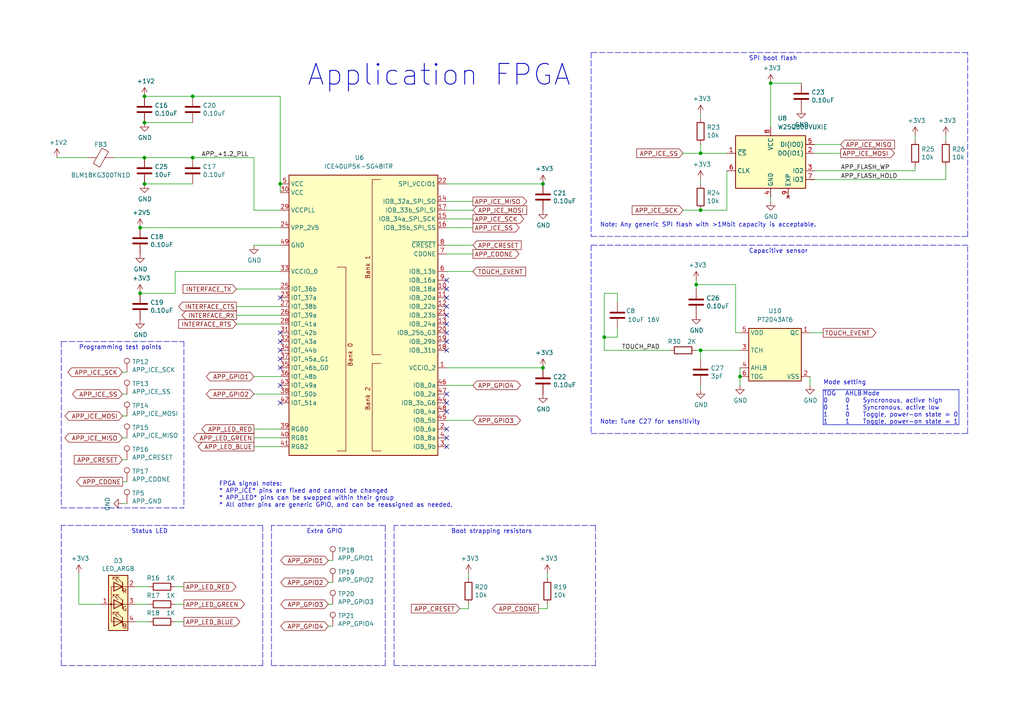
<source format=kicad_sch>
(kicad_sch (version 20211123) (generator eeschema)
  (paper "A4")
  (title_block (title "Application FPGA") (date "2021-09-29") (rev "V1") (company "Tillitis AB") (comment 1 "2022"))
  (lib_symbols
    (symbol "Connector:TestPoint" (pin_numbers hide) (pin_names (offset 0.762) hide)
      (property "Reference" "TP" (at 0 6.858 0))
      (property "Value" "TestPoint" (at 0 5.08 0))
      (symbol "TestPoint_0_1"
        (circle (center 0 3.302) (radius 0.762))
      )
      (symbol "TestPoint_1_1"
        (pin passive line (at 0 0 90) (length 2.54) (name "1") (number "1"))
      )
    )
    (symbol "Device:C" (pin_numbers hide) (pin_names (offset 0.254))
      (property "Reference" "C" (at 0.635 2.54 0))
      (property "Value" "C" (at 0.635 -2.54 0))
      (symbol "C_0_1"
        (polyline (pts (xy -2.032 -0.762) (xy 2.032 -0.762)) (stroke (width 0.508)))
        (polyline (pts (xy -2.032 0.762) (xy 2.032 0.762)) (stroke (width 0.508)))
      )
      (symbol "C_1_1"
        (pin passive line (at 0 3.81 270) (length 2.794) (name "~") (number "1"))
        (pin passive line (at 0 -3.81 90) (length 2.794) (name "~") (number "2"))
      )
    )
    (symbol "Device:R" (pin_numbers hide) (pin_names (offset 0))
      (property "Reference" "R" (at 2.032 0 90))
      (property "Value" "R" (at 0 0 90))
      (symbol "R_0_1"
        (rectangle (start -1.016 -2.54) (end 1.016 2.54) (stroke (width 0.254)))
      )
      (symbol "R_1_1"
        (pin passive line (at 0 3.81 270) (length 1.27) (name "~") (number "1"))
        (pin passive line (at 0 -3.81 90) (length 1.27) (name "~") (number "2"))
      )
    )
    (symbol "mta1:FC-B1010RGBT-HG" (pin_names (offset 0) hide)
      (property "Reference" "D" (at 0 9.398 0))
      (property "Value" "FC-B1010RGBT-HG" (at 0 -8.89 0))
      (symbol "FC-B1010RGBT-HG_0_0"
        (text "B" (at -1.905 -6.35 0) (effects (font (size 1.27 1.27))))
        (text "G" (at -1.905 -1.27 0) (effects (font (size 1.27 1.27))))
        (text "R" (at -1.905 3.81 0) (effects (font (size 1.27 1.27))))
      )
      (symbol "FC-B1010RGBT-HG_0_1"
        (polyline (pts (xy -1.27 -5.08) (xy -2.54 -5.08)))
        (polyline (pts (xy -1.27 -5.08) (xy 1.27 -5.08)))
        (polyline (pts (xy -1.27 -3.81) (xy -1.27 -6.35)) (stroke (width 0.254)))
        (polyline (pts (xy -1.27 0) (xy -2.54 0)))
        (polyline (pts (xy -1.27 1.27) (xy -1.27 -1.27)) (stroke (width 0.254)))
        (polyline (pts (xy -1.27 5.08) (xy -2.54 5.08)))
        (polyline (pts (xy -1.27 5.08) (xy 1.27 5.08)))
        (polyline (pts (xy -1.27 6.35) (xy -1.27 3.81)) (stroke (width 0.254)))
        (polyline (pts (xy 1.27 0) (xy -1.27 0)))
        (polyline (pts (xy 1.27 0) (xy 2.54 0)))
        (polyline (pts (xy -1.27 1.27) (xy -1.27 -1.27) (xy -1.27 -1.27)))
        (polyline (pts (xy -1.27 6.35) (xy -1.27 3.81) (xy -1.27 3.81)))
        (polyline (pts (xy 1.27 -5.08) (xy 2.032 -5.08) (xy 2.032 5.08) (xy 1.27 5.08)))
        (polyline (pts (xy 1.27 -3.81) (xy 1.27 -6.35) (xy -1.27 -5.08) (xy 1.27 -3.81)) (stroke (width 0.254)))
        (polyline (pts (xy 1.27 1.27) (xy 1.27 -1.27) (xy -1.27 0) (xy 1.27 1.27)) (stroke (width 0.254)))
        (polyline (pts (xy 1.27 6.35) (xy 1.27 3.81) (xy -1.27 5.08) (xy 1.27 6.35)) (stroke (width 0.254)))
        (polyline (pts (xy -1.016 -3.81) (xy 0.508 -2.286) (xy -0.254 -2.286) (xy 0.508 -2.286) (xy 0.508 -3.048)))
        (polyline (pts (xy -1.016 1.27) (xy 0.508 2.794) (xy -0.254 2.794) (xy 0.508 2.794) (xy 0.508 2.032)))
        (polyline (pts (xy -1.016 6.35) (xy 0.508 7.874) (xy -0.254 7.874) (xy 0.508 7.874) (xy 0.508 7.112)))
        (polyline (pts (xy 0 -3.81) (xy 1.524 -2.286) (xy 0.762 -2.286) (xy 1.524 -2.286) (xy 1.524 -3.048)))
        (polyline (pts (xy 0 1.27) (xy 1.524 2.794) (xy 0.762 2.794) (xy 1.524 2.794) (xy 1.524 2.032)))
        (polyline (pts (xy 0 6.35) (xy 1.524 7.874) (xy 0.762 7.874) (xy 1.524 7.874) (xy 1.524 7.112)))
        (rectangle (start 1.27 -1.27) (end 1.27 1.27))
        (rectangle (start 1.27 1.27) (end 1.27 1.27))
        (rectangle (start 1.27 3.81) (end 1.27 6.35))
        (rectangle (start 1.27 6.35) (end 1.27 6.35))
        (circle (center 2.032 0) (radius 0.254) (fill (type outline)))
        (rectangle (start 2.794 8.382) (end -2.794 -7.62) (stroke (width 0.254)) (fill (type background)))
      )
      (symbol "FC-B1010RGBT-HG_1_1"
        (pin passive line (at 5.08 0 180) (length 2.54) (name "A") (number "1"))
        (pin passive line (at -5.08 5.08 0) (length 2.54) (name "RK") (number "2"))
        (pin passive line (at -5.08 0 0) (length 2.54) (name "GK") (number "3"))
        (pin passive line (at -5.08 -5.08 0) (length 2.54) (name "BK") (number "4"))
      )
    )
    (symbol "mta1:Ferrite_Bead-Device" (pin_numbers hide) (pin_names (offset 0))
      (property "Reference" "FB" (at -3.81 0.635 90))
      (property "Value" "Ferrite_Bead-Device" (at 3.81 0 90))
      (symbol "Ferrite_Bead-Device_0_1"
        (polyline (pts (xy 0 -1.27) (xy 0 -1.2192)))
        (polyline (pts (xy 0 1.27) (xy 0 1.2954)))
        (polyline (pts (xy -2.7686 0.4064) (xy -1.7018 2.2606) (xy 2.7686 -0.3048) (xy 1.6764 -2.159) (xy -2.7686 0.4064)))
      )
      (symbol "Ferrite_Bead-Device_1_1"
        (pin passive line (at 0 3.81 270) (length 2.54) (name "~") (number "1"))
        (pin passive line (at 0 -3.81 90) (length 2.54) (name "~") (number "2"))
      )
    )
    (symbol "mta1:ICE40UP5K-SG48ITR"
      (property "Reference" "U" (at -24.13 -44.45 0))
      (property "Value" "ICE40UP5K-SG48ITR" (at -15.24 -46.99 0))
      (symbol "ICE40UP5K-SG48ITR_0_0"
        (polyline (pts (xy -6.35 13.97) (xy -3.81 13.97) (xy -3.81 -39.37) (xy -6.35 -39.37)))
        (polyline (pts (xy 6.35 -39.37) (xy 3.81 -39.37) (xy 3.81 -13.97) (xy 6.35 -13.97)))
        (polyline (pts (xy 6.35 -11.43) (xy 3.81 -11.43) (xy 3.81 39.37) (xy 6.35 39.37)))
        (text "Bank 0" (at -2.54 -11.43 900) (effects (font (size 1.27 1.27))))
        (text "Bank 1" (at 2.54 13.97 900) (effects (font (size 1.27 1.27))))
        (text "Bank 2" (at 2.54 -24.13 900) (effects (font (size 1.27 1.27))))
      )
      (symbol "ICE40UP5K-SG48ITR_1_1"
        (rectangle (start -20.32 40.64) (end 22.86 -40.64) (stroke (width 0.254)) (fill (type background)))
        (pin power_in line (at 25.4 -15.24 180) (length 2.54) (name "VCCIO_2") (number "1"))
        (pin bidirectional line (at 25.4 7.62 180) (length 2.54) (name "IOB_18a") (number "10"))
        (pin bidirectional line (at 25.4 5.08 180) (length 2.54) (name "IOB_20a") (number "11"))
        (pin bidirectional line (at 25.4 2.54 180) (length 2.54) (name "IOB_22b") (number "12"))
        (pin bidirectional line (at 25.4 -2.54 180) (length 2.54) (name "IOB_24a") (number "13"))
        (pin bidirectional line (at 25.4 33.02 180) (length 2.54) (name "IOB_32a_SPI_SO") (number "14"))
        (pin bidirectional line (at 25.4 27.94 180) (length 2.54) (name "IOB_34a_SPI_SCK") (number "15"))
        (pin bidirectional line (at 25.4 25.4 180) (length 2.54) (name "IOB_35b_SPI_SS") (number "16"))
        (pin bidirectional line (at 25.4 30.48 180) (length 2.54) (name "IOB_33b_SPI_SI") (number "17"))
        (pin bidirectional line (at 25.4 -10.16 180) (length 2.54) (name "IOB_31b") (number "18"))
        (pin bidirectional line (at 25.4 -7.62 180) (length 2.54) (name "IOB_29b") (number "19"))
        (pin bidirectional line (at 25.4 -33.02 180) (length 2.54) (name "IOB_6a") (number "2"))
        (pin bidirectional line (at 25.4 -5.08 180) (length 2.54) (name "IOB_25b_G3") (number "20"))
        (pin bidirectional line (at 25.4 0 180) (length 2.54) (name "IOB_23b") (number "21"))
        (pin power_in line (at 25.4 38.1 180) (length 2.54) (name "SPI_VCCIO1") (number "22"))
        (pin bidirectional line (at -22.86 5.08 0) (length 2.54) (name "IOT_37a") (number "23"))
        (pin power_in line (at -22.86 25.4 0) (length 2.54) (name "VPP_2V5") (number "24"))
        (pin bidirectional line (at -22.86 7.62 0) (length 2.54) (name "IOT_36b") (number "25"))
        (pin bidirectional line (at -22.86 0 0) (length 2.54) (name "IOT_39a") (number "26"))
        (pin bidirectional line (at -22.86 2.54 0) (length 2.54) (name "IOT_38b") (number "27"))
        (pin bidirectional line (at -22.86 -2.54 0) (length 2.54) (name "IOT_41a") (number "28"))
        (pin power_in line (at -22.86 30.48 0) (length 2.54) (name "VCCPLL") (number "29"))
        (pin bidirectional line (at 25.4 -38.1 180) (length 2.54) (name "IOB_9b") (number "3"))
        (pin power_in line (at -22.86 35.56 0) (length 2.54) (name "VCC") (number "30"))
        (pin bidirectional line (at -22.86 -5.08 0) (length 2.54) (name "IOT_42b") (number "31"))
        (pin bidirectional line (at -22.86 -7.62 0) (length 2.54) (name "IOT_43a") (number "32"))
        (pin power_in line (at -22.86 12.7 0) (length 2.54) (name "VCCIO_0") (number "33"))
        (pin bidirectional line (at -22.86 -10.16 0) (length 2.54) (name "IOT_44b") (number "34"))
        (pin bidirectional line (at -22.86 -15.24 0) (length 2.54) (name "IOT_46b_G0") (number "35"))
        (pin bidirectional line (at -22.86 -17.78 0) (length 2.54) (name "IOT_48b") (number "36"))
        (pin bidirectional line (at -22.86 -12.7 0) (length 2.54) (name "IOT_45a_G1") (number "37"))
        (pin bidirectional line (at -22.86 -22.86 0) (length 2.54) (name "IOT_50b") (number "38"))
        (pin open_collector line (at -22.86 -33.02 0) (length 2.54) (name "RGB0") (number "39"))
        (pin bidirectional line (at 25.4 -35.56 180) (length 2.54) (name "IOB_8a") (number "4"))
        (pin open_collector line (at -22.86 -35.56 0) (length 2.54) (name "RGB1") (number "40"))
        (pin open_collector line (at -22.86 -38.1 0) (length 2.54) (name "RGB2") (number "41"))
        (pin bidirectional line (at -22.86 -25.4 0) (length 2.54) (name "IOT_51a") (number "42"))
        (pin bidirectional line (at -22.86 -20.32 0) (length 2.54) (name "IOT_49a") (number "43"))
        (pin bidirectional line (at 25.4 -25.4 180) (length 2.54) (name "IOB_3b_G6") (number "44"))
        (pin bidirectional line (at 25.4 -30.48 180) (length 2.54) (name "IOB_5b") (number "45"))
        (pin bidirectional line (at 25.4 -20.32 180) (length 2.54) (name "IOB_0a") (number "46"))
        (pin bidirectional line (at 25.4 -22.86 180) (length 2.54) (name "IOB_2a") (number "47"))
        (pin bidirectional line (at 25.4 -27.94 180) (length 2.54) (name "IOB_4a") (number "48"))
        (pin power_in line (at -22.86 20.32 0) (length 2.54) (name "GND") (number "49"))
        (pin power_in line (at -22.86 38.1 0) (length 2.54) (name "VCC") (number "5"))
        (pin bidirectional line (at 25.4 12.7 180) (length 2.54) (name "IOB_13b") (number "6"))
        (pin open_collector line (at 25.4 17.78 180) (length 2.54) (name "CDONE") (number "7"))
        (pin input line (at 25.4 20.32 180) (length 2.54) (name "~{CRESET}") (number "8"))
        (pin bidirectional line (at 25.4 10.16 180) (length 2.54) (name "IOB_16a") (number "9"))
      )
    )
    (symbol "mta1:PT2043AT6"
      (property "Reference" "U" (at -6.35 8.89 0))
      (property "Value" "PT2043AT6" (at -2.54 -8.89 0))
      (symbol "PT2043AT6_1_1"
        (rectangle (start -7.62 7.62) (end 7.62 -7.62) (stroke (width 0.254)) (fill (type background)))
        (pin output line (at 10.16 6.35 180) (length 2.54) (name "QC") (number "1"))
        (pin power_in line (at 10.16 -6.35 180) (length 2.54) (name "VSS") (number "2"))
        (pin input line (at -10.16 1.27 0) (length 2.54) (name "TCH") (number "3"))
        (pin input line (at -10.16 -3.81 0) (length 2.54) (name "AHLB") (number "4"))
        (pin power_in line (at -10.16 6.35 0) (length 2.54) (name "VDD") (number "5"))
        (pin input line (at -10.16 -6.35 0) (length 2.54) (name "TOG") (number "6"))
      )
    )
    (symbol "mta1:W25Q80DVUXIE"
      (property "Reference" "U" (at -8.89 8.89 0))
      (property "Value" "W25Q80DVUXIE" (at 7.62 8.89 0))
      (symbol "W25Q80DVUXIE_0_1"
        (rectangle (start -10.16 7.62) (end 10.16 -7.62) (stroke (width 0.254)) (fill (type background)))
      )
      (symbol "W25Q80DVUXIE_1_1"
        (pin input line (at -12.7 2.54 0) (length 2.54) (name "~{CS}") (number "1"))
        (pin bidirectional line (at 12.7 2.54 180) (length 2.54) (name "DO(IO1)") (number "2"))
        (pin bidirectional line (at 12.7 -2.54 180) (length 2.54) (name "IO2") (number "3"))
        (pin power_in line (at 0 -10.16 90) (length 2.54) (name "GND") (number "4"))
        (pin bidirectional line (at 12.7 5.08 180) (length 2.54) (name "DI(IO0)") (number "5"))
        (pin input line (at -12.7 -2.54 0) (length 2.54) (name "CLK") (number "6"))
        (pin bidirectional line (at 12.7 -5.08 180) (length 2.54) (name "IO3") (number "7"))
        (pin power_in line (at 0 10.16 270) (length 2.54) (name "VCC") (number "8"))
        (pin no_connect line (at 5.08 -10.16 90) (length 2.54) (name "EXP") (number "9"))
      )
    )
    (symbol "power:+1V2" (power) (pin_names (offset 0))
      (property "Value" "+1V2" (at 0 3.556 0))
      (symbol "+1V2_0_1"
        (polyline (pts (xy -0.762 1.27) (xy 0 2.54)))
        (polyline (pts (xy 0 0) (xy 0 2.54)))
        (polyline (pts (xy 0 2.54) (xy 0.762 1.27)))
      )
      (symbol "+1V2_1_1"
        (pin power_in line (at 0 0 90) (length 0) hide (name "+1V2") (number "1"))
      )
    )
    (symbol "power:+2V5" (power) (pin_names (offset 0))
      (property "Value" "+2V5" (at 0 3.556 0))
      (symbol "+2V5_0_1"
        (polyline (pts (xy -0.762 1.27) (xy 0 2.54)))
        (polyline (pts (xy 0 0) (xy 0 2.54)))
        (polyline (pts (xy 0 2.54) (xy 0.762 1.27)))
      )
      (symbol "+2V5_1_1"
        (pin power_in line (at 0 0 90) (length 0) hide (name "+2V5") (number "1"))
      )
    )
    (symbol "power:+3.3V" (power) (pin_names (offset 0))
      (property "Value" "+3.3V" (at 0 3.556 0))
      (symbol "+3.3V_0_1"
        (polyline (pts (xy -0.762 1.27) (xy 0 2.54)))
        (polyline (pts (xy 0 0) (xy 0 2.54)))
        (polyline (pts (xy 0 2.54) (xy 0.762 1.27)))
      )
      (symbol "+3.3V_1_1"
        (pin power_in line (at 0 0 90) (length 0) hide (name "+3V3") (number "1"))
      )
    )
    (symbol "power:GND" (power) (pin_names (offset 0))
      (property "Value" "GND" (at 0 -3.81 0))
      (symbol "GND_0_1"
        (polyline (pts (xy 0 0) (xy 0 -1.27) (xy 1.27 -1.27) (xy 0 -2.54) (xy -1.27 -1.27) (xy 0 -1.27)))
      )
      (symbol "GND_1_1"
        (pin power_in line (at 0 0 270) (length 0) hide (name "GND") (number "1"))
      )
    )
  )
  (junction (at 201.93 82.55))
  (junction (at 223.52 24.13))
  (junction (at 214.63 109.22))
  (junction (at 203.2 60.96))
  (junction (at 40.64 85.09))
  (junction (at 41.91 27.94))
  (junction (at 81.28 53.34))
  (junction (at 55.88 27.94))
  (junction (at 203.2 101.6))
  (junction (at 41.91 35.56))
  (junction (at 41.91 53.34))
  (junction (at 41.91 45.72))
  (junction (at 175.26 97.79))
  (junction (at 40.64 66.04))
  (junction (at 157.48 106.68))
  (junction (at 55.88 45.72))
  (junction (at 203.2 44.45))
  (junction (at 157.48 53.34))
  (no_connect (at 129.54 86.36))
  (no_connect (at 129.54 127))
  (no_connect (at 129.54 124.46))
  (no_connect (at 129.54 119.38))
  (no_connect (at 81.28 104.14))
  (no_connect (at 129.54 129.54))
  (no_connect (at 129.54 93.98))
  (no_connect (at 81.28 86.36))
  (no_connect (at 81.28 99.06))
  (no_connect (at 81.28 106.68))
  (no_connect (at 81.28 101.6))
  (no_connect (at 81.28 116.84))
  (no_connect (at 81.28 111.76))
  (no_connect (at 129.54 116.84))
  (no_connect (at 129.54 83.82))
  (no_connect (at 129.54 81.28))
  (no_connect (at 129.54 101.6))
  (no_connect (at 129.54 91.44))
  (no_connect (at 129.54 96.52))
  (no_connect (at 129.54 99.06))
  (no_connect (at 81.28 96.52))
  (no_connect (at 129.54 114.3))
  (no_connect (at 129.54 88.9))
  (wire (pts (xy 50.8 78.74) (xy 50.8 85.09)))
  (wire (pts (xy 73.66 45.72) (xy 73.66 60.96)))
  (polyline (pts (xy 17.78 99.06) (xy 53.34 99.06)))
  (wire (pts (xy 210.82 44.45) (xy 203.2 44.45)))
  (wire (pts (xy 39.37 175.26) (xy 43.18 175.26)))
  (wire (pts (xy 223.52 36.83) (xy 223.52 24.13)))
  (wire (pts (xy 213.36 96.52) (xy 214.63 96.52)))
  (wire (pts (xy 55.88 53.34) (xy 41.91 53.34)))
  (wire (pts (xy 68.58 83.82) (xy 81.28 83.82)))
  (wire (pts (xy 203.2 41.91) (xy 203.2 44.45)))
  (wire (pts (xy 214.63 106.68) (xy 214.63 109.22)))
  (polyline (pts (xy 280.67 125.73) (xy 280.67 71.12)))
  (wire (pts (xy 203.2 111.76) (xy 203.2 113.03)))
  (polyline (pts (xy 238.76 113.03) (xy 238.76 123.19)) (stroke (width 0) (type solid)))
  (wire (pts (xy 137.16 78.74) (xy 129.54 78.74)))
  (wire (pts (xy 175.26 97.79) (xy 179.07 97.79)))
  (wire (pts (xy 81.28 27.94) (xy 55.88 27.94)))
  (wire (pts (xy 213.36 82.55) (xy 213.36 96.52)))
  (wire (pts (xy 95.25 168.91) (xy 96.52 168.91)))
  (wire (pts (xy 223.52 58.42) (xy 223.52 57.15)))
  (wire (pts (xy 81.28 109.22) (xy 73.66 109.22)))
  (wire (pts (xy 201.93 82.55) (xy 213.36 82.55)))
  (wire (pts (xy 55.88 45.72) (xy 41.91 45.72)))
  (wire (pts (xy 274.32 48.26) (xy 274.32 52.07)))
  (wire (pts (xy 214.63 109.22) (xy 214.63 111.76)))
  (wire (pts (xy 81.28 27.94) (xy 81.28 53.34)))
  (wire (pts (xy 198.12 44.45) (xy 203.2 44.45)))
  (wire (pts (xy 68.58 91.44) (xy 81.28 91.44)))
  (polyline (pts (xy 76.2 152.4) (xy 17.78 152.4)))
  (wire (pts (xy 133.35 176.53) (xy 135.89 176.53)))
  (wire (pts (xy 55.88 35.56) (xy 41.91 35.56)))
  (polyline (pts (xy 17.78 99.06) (xy 17.78 147.32)))
  (polyline (pts (xy 171.45 125.73) (xy 280.67 125.73)))
  (wire (pts (xy 35.56 107.95) (xy 36.83 107.95)))
  (wire (pts (xy 203.2 60.96) (xy 198.12 60.96)))
  (wire (pts (xy 137.16 58.42) (xy 129.54 58.42)))
  (wire (pts (xy 243.84 41.91) (xy 236.22 41.91)))
  (wire (pts (xy 73.66 124.46) (xy 81.28 124.46)))
  (wire (pts (xy 175.26 85.09) (xy 175.26 97.79)))
  (polyline (pts (xy 76.2 193.04) (xy 76.2 152.4)))
  (wire (pts (xy 203.2 33.02) (xy 203.2 34.29)))
  (wire (pts (xy 158.75 166.37) (xy 158.75 167.64)))
  (wire (pts (xy 203.2 52.07) (xy 203.2 53.34)))
  (polyline (pts (xy 17.78 193.04) (xy 76.2 193.04)))
  (wire (pts (xy 129.54 60.96) (xy 137.16 60.96)))
  (wire (pts (xy 156.21 176.53) (xy 158.75 176.53)))
  (wire (pts (xy 55.88 45.72) (xy 73.66 45.72)))
  (wire (pts (xy 201.93 82.55) (xy 201.93 83.82)))
  (polyline (pts (xy 114.3 152.4) (xy 114.3 193.04)))
  (polyline (pts (xy 171.45 71.12) (xy 171.45 125.73)))
  (wire (pts (xy 135.89 175.26) (xy 135.89 176.53)))
  (wire (pts (xy 265.43 39.37) (xy 265.43 40.64)))
  (wire (pts (xy 81.28 114.3) (xy 73.66 114.3)))
  (wire (pts (xy 35.56 127) (xy 36.83 127)))
  (wire (pts (xy 39.37 170.18) (xy 43.18 170.18)))
  (wire (pts (xy 68.58 88.9) (xy 81.28 88.9)))
  (wire (pts (xy 179.07 97.79) (xy 179.07 95.25)))
  (wire (pts (xy 35.56 120.65) (xy 36.83 120.65)))
  (wire (pts (xy 50.8 175.26) (xy 53.34 175.26)))
  (wire (pts (xy 265.43 49.53) (xy 236.22 49.53)))
  (polyline (pts (xy 114.3 193.04) (xy 172.72 193.04)))
  (wire (pts (xy 40.64 66.04) (xy 81.28 66.04)))
  (wire (pts (xy 137.16 111.76) (xy 129.54 111.76)))
  (wire (pts (xy 265.43 48.26) (xy 265.43 49.53)))
  (wire (pts (xy 137.16 73.66) (xy 129.54 73.66)))
  (wire (pts (xy 179.07 85.09) (xy 179.07 87.63)))
  (polyline (pts (xy 280.67 68.58) (xy 280.67 15.24)))
  (wire (pts (xy 55.88 27.94) (xy 41.91 27.94)))
  (wire (pts (xy 129.54 66.04) (xy 137.16 66.04)))
  (polyline (pts (xy 238.76 113.03) (xy 278.13 113.03)) (stroke (width 0) (type solid)))
  (wire (pts (xy 210.82 60.96) (xy 210.82 49.53)))
  (wire (pts (xy 137.16 63.5) (xy 129.54 63.5)))
  (wire (pts (xy 137.16 71.12) (xy 129.54 71.12)))
  (wire (pts (xy 203.2 101.6) (xy 203.2 104.14)))
  (wire (pts (xy 50.8 180.34) (xy 53.34 180.34)))
  (wire (pts (xy 234.95 111.76) (xy 234.95 109.22)))
  (wire (pts (xy 232.41 24.13) (xy 223.52 24.13)))
  (wire (pts (xy 158.75 175.26) (xy 158.75 176.53)))
  (wire (pts (xy 157.48 53.34) (xy 129.54 53.34)))
  (wire (pts (xy 236.22 44.45) (xy 243.84 44.45)))
  (polyline (pts (xy 171.45 15.24) (xy 171.45 68.58)))
  (polyline (pts (xy 53.34 99.06) (xy 53.34 147.32)))
  (wire (pts (xy 95.25 181.61) (xy 96.52 181.61)))
  (wire (pts (xy 274.32 39.37) (xy 274.32 40.64)))
  (wire (pts (xy 210.82 60.96) (xy 203.2 60.96)))
  (wire (pts (xy 68.58 93.98) (xy 81.28 93.98)))
  (wire (pts (xy 33.02 45.72) (xy 41.91 45.72)))
  (wire (pts (xy 35.56 114.3) (xy 36.83 114.3)))
  (wire (pts (xy 22.86 175.26) (xy 22.86 166.37)))
  (wire (pts (xy 135.89 166.37) (xy 135.89 167.64)))
  (polyline (pts (xy 278.13 123.19) (xy 238.76 123.19)) (stroke (width 0) (type solid)))
  (wire (pts (xy 39.37 180.34) (xy 43.18 180.34)))
  (wire (pts (xy 73.66 127) (xy 81.28 127)))
  (polyline (pts (xy 78.74 193.04) (xy 111.76 193.04)))
  (wire (pts (xy 29.21 175.26) (xy 22.86 175.26)))
  (polyline (pts (xy 78.74 152.4) (xy 78.74 193.04)))
  (polyline (pts (xy 111.76 152.4) (xy 78.74 152.4)))
  (wire (pts (xy 95.25 175.26) (xy 96.52 175.26)))
  (wire (pts (xy 201.93 81.28) (xy 201.93 82.55)))
  (polyline (pts (xy 171.45 68.58) (xy 280.67 68.58)))
  (wire (pts (xy 73.66 71.12) (xy 81.28 71.12)))
  (wire (pts (xy 81.28 53.34) (xy 81.28 55.88)))
  (wire (pts (xy 234.95 96.52) (xy 238.76 96.52)))
  (polyline (pts (xy 280.67 71.12) (xy 171.45 71.12)))
  (polyline (pts (xy 17.78 152.4) (xy 17.78 193.04)))
  (polyline (pts (xy 17.78 147.32) (xy 53.34 147.32)))
  (wire (pts (xy 236.22 52.07) (xy 274.32 52.07)))
  (wire (pts (xy 95.25 162.56) (xy 96.52 162.56)))
  (polyline (pts (xy 111.76 193.04) (xy 111.76 152.4)))
  (wire (pts (xy 129.54 121.92) (xy 137.16 121.92)))
  (wire (pts (xy 157.48 106.68) (xy 129.54 106.68)))
  (wire (pts (xy 203.2 101.6) (xy 214.63 101.6)))
  (wire (pts (xy 40.64 85.09) (xy 50.8 85.09)))
  (polyline (pts (xy 278.13 113.03) (xy 278.13 123.19)) (stroke (width 0) (type solid)))
  (polyline (pts (xy 172.72 193.04) (xy 172.72 152.4)))
  (wire (pts (xy 50.8 170.18) (xy 53.34 170.18)))
  (wire (pts (xy 175.26 101.6) (xy 194.31 101.6)))
  (wire (pts (xy 201.93 101.6) (xy 203.2 101.6)))
  (wire (pts (xy 81.28 60.96) (xy 73.66 60.96)))
  (wire (pts (xy 73.66 129.54) (xy 81.28 129.54)))
  (wire (pts (xy 175.26 97.79) (xy 175.26 101.6)))
  (wire (pts (xy 50.8 78.74) (xy 81.28 78.74)))
  (wire (pts (xy 35.56 133.35) (xy 36.83 133.35)))
  (polyline (pts (xy 280.67 15.24) (xy 171.45 15.24)))
  (wire (pts (xy 179.07 85.09) (xy 175.26 85.09)))
  (wire (pts (xy 35.56 146.05) (xy 36.83 146.05)))
  (polyline (pts (xy 172.72 152.4) (xy 114.3 152.4)))
  (wire (pts (xy 16.51 45.72) (xy 25.4 45.72)))
  (wire (pts (xy 35.56 139.7) (xy 36.83 139.7)))
  (text "Application FPGA" (at 88.9 25.4 0) (effects (font (size 6 6) (thickness 0.254) bold) (justify left bottom)))
  (text "Mode\nSyncronous, active high\nSyncronous, active low\nToggle, power-on state = 0\nToggle, power-on state = 1" (at 250.19 123.19 0) (effects (font (size 1.27 1.27)) (justify left bottom)))
  (text "Capacitive sensor" (at 217.17 73.66 0) (effects (font (size 1.27 1.27)) (justify left bottom)))
  (text "SPI boot flash" (at 217.17 17.78 0) (effects (font (size 1.27 1.27)) (justify left bottom)))
  (text "FPGA signal notes:\n* APP_ICE* pins are fixed and cannot be changed\n* APP_LED* pins can be swapped within their group\n* All other pins are generic GPIO, and can be reassigned as needed." (at 63.5 147.32 0) (effects (font (size 1.27 1.27)) (justify left bottom)))
  (text "Boot strapping resistors" (at 130.81 154.94 0) (effects (font (size 1.27 1.27)) (justify left bottom)))
  (text "AHLB\n0\n1\n0\n1" (at 245.11 123.19 0) (effects (font (size 1.27 1.27)) (justify left bottom)))
  (text "Status LED" (at 38.1 154.94 0) (effects (font (size 1.27 1.27)) (justify left bottom)))
  (text "Note: Tune C27 for sensitivity" (at 173.99 123.19 0) (effects (font (size 1.27 1.27)) (justify left bottom)))
  (text "Programming test points" (at 22.86 101.6 0) (effects (font (size 1.27 1.27)) (justify left bottom)))
  (text "Mode setting" (at 238.76 111.76 0) (effects (font (size 1.27 1.27)) (justify left bottom)))
  (text "Note: Any generic SPI flash with >1Mbit capacity is acceptable." (at 173.99 66.04 0) (effects (font (size 1.27 1.27)) (justify left bottom)))
  (text "Extra GPIO" (at 88.9 154.94 0) (effects (font (size 1.27 1.27)) (justify left bottom)))
  (text "TOG\n0\n0\n1\n1" (at 238.76 123.19 0) (effects (font (size 1.27 1.27)) (justify left bottom)))
  (label "APP_FLASH_WP" (at 243.84 49.53 0))
  (label "APP_+1.2_PLL" (at 58.42 45.72 0))
  (label "TOUCH_PAD" (at 180.34 101.6 0))
  (label "APP_FLASH_HOLD" (at 243.84 52.07 0))
  (global_label "APP_ICE_SCK" (shape input) (at 198.12 60.96 180) (property "Intersheet References" "${INTERSHEET_REFS}" (effects hide)))
  (global_label "APP_ICE_MOSI" (shape output) (at 243.84 44.45 0) (property "Intersheet References" "${INTERSHEET_REFS}" (effects hide)))
  (global_label "APP_LED_RED" (shape output) (at 73.66 124.46 180) (property "Intersheet References" "${INTERSHEET_REFS}" (effects hide)))
  (global_label "APP_GPIO1" (shape bidirectional) (at 95.25 162.56 180) (property "Intersheet References" "${INTERSHEET_REFS}" (effects hide)))
  (global_label "INTERFACE_RTS" (shape input) (at 68.58 93.98 180) (property "Intersheet References" "${INTERSHEET_REFS}" (effects hide)))
  (global_label "APP_GPIO4" (shape bidirectional) (at 95.25 181.61 180) (property "Intersheet References" "${INTERSHEET_REFS}" (effects hide)))
  (global_label "APP_CRESET" (shape input) (at 137.16 71.12 0) (property "Intersheet References" "${INTERSHEET_REFS}" (effects hide)))
  (global_label "APP_CDONE" (shape output) (at 35.56 139.7 180) (property "Intersheet References" "${INTERSHEET_REFS}" (effects hide)))
  (global_label "APP_LED_RED" (shape output) (at 53.34 170.18 0) (property "Intersheet References" "${INTERSHEET_REFS}" (effects hide)))
  (global_label "APP_ICE_MISO" (shape bidirectional) (at 35.56 127 180) (property "Intersheet References" "${INTERSHEET_REFS}" (effects hide)))
  (global_label "APP_CRESET" (shape input) (at 35.56 133.35 180) (property "Intersheet References" "${INTERSHEET_REFS}" (effects hide)))
  (global_label "APP_GPIO2" (shape bidirectional) (at 95.25 168.91 180) (property "Intersheet References" "${INTERSHEET_REFS}" (effects hide)))
  (global_label "APP_ICE_SCK" (shape output) (at 137.16 63.5 0) (property "Intersheet References" "${INTERSHEET_REFS}" (effects hide)))
  (global_label "APP_GPIO1" (shape bidirectional) (at 73.66 109.22 180) (property "Intersheet References" "${INTERSHEET_REFS}" (effects hide)))
  (global_label "APP_GPIO4" (shape bidirectional) (at 137.16 111.76 0) (property "Intersheet References" "${INTERSHEET_REFS}" (effects hide)))
  (global_label "TOUCH_EVENT" (shape input) (at 137.16 78.74 0) (property "Intersheet References" "${INTERSHEET_REFS}" (effects hide)))
  (global_label "APP_CDONE" (shape output) (at 137.16 73.66 0) (property "Intersheet References" "${INTERSHEET_REFS}" (effects hide)))
  (global_label "INTERFACE_TX" (shape input) (at 68.58 83.82 180) (property "Intersheet References" "${INTERSHEET_REFS}" (effects hide)))
  (global_label "APP_ICE_SS" (shape input) (at 198.12 44.45 180) (property "Intersheet References" "${INTERSHEET_REFS}" (effects hide)))
  (global_label "APP_ICE_MISO" (shape output) (at 137.16 58.42 0) (property "Intersheet References" "${INTERSHEET_REFS}" (effects hide)))
  (global_label "APP_LED_GREEN" (shape output) (at 53.34 175.26 0) (property "Intersheet References" "${INTERSHEET_REFS}" (effects hide)))
  (global_label "APP_LED_GREEN" (shape output) (at 73.66 127 180) (property "Intersheet References" "${INTERSHEET_REFS}" (effects hide)))
  (global_label "APP_GPIO3" (shape bidirectional) (at 95.25 175.26 180) (property "Intersheet References" "${INTERSHEET_REFS}" (effects hide)))
  (global_label "APP_CRESET" (shape input) (at 133.35 176.53 180) (property "Intersheet References" "${INTERSHEET_REFS}" (effects hide)))
  (global_label "APP_GPIO2" (shape bidirectional) (at 73.66 114.3 180) (property "Intersheet References" "${INTERSHEET_REFS}" (effects hide)))
  (global_label "APP_LED_BLUE" (shape output) (at 53.34 180.34 0) (property "Intersheet References" "${INTERSHEET_REFS}" (effects hide)))
  (global_label "APP_GPIO3" (shape bidirectional) (at 137.16 121.92 0) (property "Intersheet References" "${INTERSHEET_REFS}" (effects hide)))
  (global_label "APP_ICE_SS" (shape output) (at 137.16 66.04 0) (property "Intersheet References" "${INTERSHEET_REFS}" (effects hide)))
  (global_label "INTERFACE_CTS" (shape output) (at 68.58 88.9 180) (property "Intersheet References" "${INTERSHEET_REFS}" (effects hide)))
  (global_label "APP_ICE_MOSI" (shape bidirectional) (at 35.56 120.65 180) (property "Intersheet References" "${INTERSHEET_REFS}" (effects hide)))
  (global_label "APP_ICE_MOSI" (shape input) (at 137.16 60.96 0) (property "Intersheet References" "${INTERSHEET_REFS}" (effects hide)))
  (global_label "TOUCH_EVENT" (shape output) (at 238.76 96.52 0) (property "Intersheet References" "${INTERSHEET_REFS}" (effects hide)))
  (global_label "INTERFACE_RX" (shape output) (at 68.58 91.44 180) (property "Intersheet References" "${INTERSHEET_REFS}" (effects hide)))
  (global_label "APP_LED_BLUE" (shape output) (at 73.66 129.54 180) (property "Intersheet References" "${INTERSHEET_REFS}" (effects hide)))
  (global_label "APP_ICE_MISO" (shape input) (at 243.84 41.91 0) (property "Intersheet References" "${INTERSHEET_REFS}" (effects hide)))
  (global_label "APP_CDONE" (shape output) (at 156.21 176.53 180) (property "Intersheet References" "${INTERSHEET_REFS}" (effects hide)))
  (global_label "APP_ICE_SCK" (shape bidirectional) (at 35.56 107.95 180) (property "Intersheet References" "${INTERSHEET_REFS}" (effects hide)))
  (global_label "APP_ICE_SS" (shape bidirectional) (at 35.56 114.3 180) (property "Intersheet References" "${INTERSHEET_REFS}" (effects hide)))
  (symbol (lib_id "mta1:ICE40UP5K-SG48ITR") (at 104.14 91.44 0) (unit 1)
    (property "Reference" "U6" (at 102.87 45.72 0) (effects (justify left)))
    (property "Value" "ICE40UP5K-SG48ITR" (at 93.98 48.26 0) (effects (justify left)))
    (property "Footprint" "Package_DFN_QFN:QFN-48-1EP_7x7mm_P0.5mm_EP5.6x5.6mm" (effects hide))
    (property "Datasheet" "http://www.latticesemi.com/Products/FPGAandCPLD/iCE40Ultra" (effects hide))
  )
  (symbol (lib_id "Device:R") (at 135.89 171.45 0) (unit 1)
    (property "Reference" "R20" (at 137.668 170.2816 0) (effects (justify left)))
    (property "Value" "10k" (at 137.668 172.593 0) (effects (justify left)))
    (property "Footprint" "mta1:ERJ2G(0402)_L" (effects hide))
  )
  (symbol (lib_id "Device:R") (at 158.75 171.45 0) (unit 1)
    (property "Reference" "R19" (at 160.528 170.2816 0) (effects (justify left)))
    (property "Value" "10k" (at 160.528 172.593 0) (effects (justify left)))
    (property "Footprint" "mta1:ERJ2G(0402)_L" (effects hide))
  )
  (symbol (lib_id "power:+3.3V") (at 158.75 166.37 0) (unit 1)
    (property "Reference" "#PWR049" (effects hide))
    (property "Value" "+3.3V" (at 159.131 161.9758 0))
  )
  (symbol (lib_id "power:+2V5") (at 40.64 66.04 0) (unit 1)
    (property "Reference" "#PWR040" (effects hide))
    (property "Value" "+2V5" (at 41.021 61.6458 0))
  )
  (symbol (lib_id "power:+1V2") (at 41.91 27.94 0) (unit 1)
    (property "Reference" "#PWR038" (effects hide))
    (property "Value" "+1V2" (at 42.291 23.5458 0))
  )
  (symbol (lib_id "power:GND") (at 41.91 35.56 0) (unit 1)
    (property "Reference" "#GND022" (effects hide))
    (property "Value" "GND" (at 42.037 39.9542 0))
  )
  (symbol (lib_id "power:GND") (at 41.91 53.34 0) (unit 1)
    (property "Reference" "#GND023" (effects hide))
    (property "Value" "GND" (at 42.037 57.7342 0))
  )
  (symbol (lib_id "Device:C") (at 157.48 57.15 0) (unit 1)
    (property "Reference" "C21" (at 160.401 55.9816 0) (effects (justify left)))
    (property "Value" "0.10uF" (at 160.401 58.293 0) (effects (justify left)))
    (property "Footprint" "mta1:CAPC1005X06L" (effects hide))
  )
  (symbol (lib_id "Device:C") (at 40.64 88.9 0) (unit 1)
    (property "Reference" "C19" (at 43.561 87.7316 0) (effects (justify left)))
    (property "Value" "0.10uF" (at 43.561 90.043 0) (effects (justify left)))
    (property "Footprint" "mta1:CAPC1005X06L" (effects hide))
  )
  (symbol (lib_id "mta1:FC-B1010RGBT-HG") (at 34.29 175.26 0) (mirror y) (unit 1)
    (property "Reference" "D3" (at 34.29 162.6362 0))
    (property "Value" "LED_ARGB" (at 34.29 164.9476 0))
    (property "Footprint" "mta1:0402rgb-1010" (effects hide))
  )
  (symbol (lib_id "Device:R") (at 46.99 170.18 270) (unit 1)
    (property "Reference" "R16" (at 44.45 167.64 90))
    (property "Value" "1K" (at 49.53 167.64 90))
    (property "Footprint" "mta1:ERJ2G(0402)_L" (effects hide))
  )
  (symbol (lib_id "power:+3.3V") (at 22.86 166.37 0) (unit 1)
    (property "Reference" "#PWR037" (effects hide))
    (property "Value" "+3.3V" (at 23.241 161.9758 0))
  )
  (symbol (lib_id "power:+3.3V") (at 157.48 53.34 0) (unit 1)
    (property "Reference" "#PWR045" (effects hide))
    (property "Value" "+3.3V" (at 157.861 48.9458 0))
  )
  (symbol (lib_id "power:+3.3V") (at 157.48 106.68 0) (unit 1)
    (property "Reference" "#PWR046" (effects hide))
    (property "Value" "+3.3V" (at 157.861 102.2858 0))
  )
  (symbol (lib_id "power:+3.3V") (at 40.64 85.09 0) (unit 1)
    (property "Reference" "#PWR041" (effects hide))
    (property "Value" "+3.3V" (at 41.021 80.6958 0))
  )
  (symbol (lib_id "power:GND") (at 40.64 92.71 0) (unit 1)
    (property "Reference" "#GND025" (effects hide))
    (property "Value" "GND" (at 40.767 97.1042 0))
  )
  (symbol (lib_id "mta1:Ferrite_Bead-Device") (at 29.21 45.72 270) (unit 1)
    (property "Reference" "FB3" (at 29.21 41.91 90))
    (property "Value" "BLM18KG300TN1D" (at 29.21 50.8 90))
    (property "Footprint" "mta1:Ferritbead_0603_1608Metric" (effects hide))
  )
  (symbol (lib_id "Device:C") (at 41.91 49.53 0) (unit 1)
    (property "Reference" "C25" (at 44.831 48.3616 0) (effects (justify left)))
    (property "Value" "10uF" (at 44.831 50.673 0) (effects (justify left)))
    (property "Footprint" "mta1:CAPC1608X09L" (effects hide))
  )
  (symbol (lib_id "power:+1V2") (at 16.51 45.72 0) (unit 1)
    (property "Reference" "#PWR036" (effects hide))
    (property "Value" "+1V2" (at 16.891 41.3258 0))
  )
  (symbol (lib_id "Device:C") (at 157.48 110.49 0) (unit 1)
    (property "Reference" "C22" (at 160.401 109.3216 0) (effects (justify left)))
    (property "Value" "0.10uF" (at 160.401 111.633 0) (effects (justify left)))
    (property "Footprint" "mta1:CAPC1005X06L" (effects hide))
  )
  (symbol (lib_id "Device:C") (at 41.91 31.75 0) (unit 1)
    (property "Reference" "C16" (at 44.831 30.5816 0) (effects (justify left)))
    (property "Value" "0.10uF" (at 44.831 32.893 0) (effects (justify left)))
    (property "Footprint" "mta1:CAPC1005X06L" (effects hide))
  )
  (symbol (lib_id "Device:C") (at 55.88 49.53 0) (unit 1)
    (property "Reference" "C17" (at 58.801 48.3616 0) (effects (justify left)))
    (property "Value" "0.10uF" (at 58.801 50.673 0) (effects (justify left)))
    (property "Footprint" "mta1:CAPC1005X06L" (effects hide))
  )
  (symbol (lib_id "power:GND") (at 40.64 73.66 0) (unit 1)
    (property "Reference" "#GND024" (effects hide))
    (property "Value" "GND" (at 40.767 78.0542 0))
  )
  (symbol (lib_id "Device:C") (at 40.64 69.85 0) (unit 1)
    (property "Reference" "C18" (at 43.561 68.6816 0) (effects (justify left)))
    (property "Value" "0.10uF" (at 43.561 70.993 0) (effects (justify left)))
    (property "Footprint" "mta1:CAPC1005X06L" (effects hide))
  )
  (symbol (lib_id "Device:C") (at 55.88 31.75 0) (unit 1)
    (property "Reference" "C20" (at 58.801 30.5816 0) (effects (justify left)))
    (property "Value" "0.10uF" (at 58.801 32.893 0) (effects (justify left)))
    (property "Footprint" "mta1:CAPC1005X06L" (effects hide))
  )
  (symbol (lib_id "Device:R") (at 46.99 175.26 270) (unit 1)
    (property "Reference" "R17" (at 44.45 172.72 90))
    (property "Value" "1K" (at 49.53 172.72 90))
    (property "Footprint" "mta1:ERJ2G(0402)_L" (effects hide))
  )
  (symbol (lib_id "Device:R") (at 46.99 180.34 270) (unit 1)
    (property "Reference" "R18" (at 44.45 177.8 90))
    (property "Value" "1K" (at 49.53 177.8 90))
    (property "Footprint" "mta1:ERJ2G(0402)_L" (effects hide))
  )
  (symbol (lib_id "power:GND") (at 157.48 114.3 0) (unit 1)
    (property "Reference" "#GND027" (effects hide))
    (property "Value" "GND" (at 157.607 118.6942 0))
  )
  (symbol (lib_id "power:GND") (at 157.48 60.96 0) (unit 1)
    (property "Reference" "#GND026" (effects hide))
    (property "Value" "GND" (at 157.607 65.3542 0))
  )
  (symbol (lib_id "Device:C") (at 179.07 91.44 180) (unit 1)
    (property "Reference" "C8" (at 182.88 90.17 0))
    (property "Value" "10uF 16V" (at 186.69 92.71 0))
    (property "Footprint" "Capacitor_SMD:C_1206_3216Metric" (effects hide))
  )
  (symbol (lib_id "Connector:TestPoint") (at 36.83 127 0) (unit 1)
    (property "Reference" "TP15" (at 38.3032 124.0028 0) (effects (justify left)))
    (property "Value" "APP_ICE_MISO" (at 38.3032 126.3142 0) (effects (justify left)))
    (property "Footprint" "TestPoint:TestPoint_Pad_D1.0mm" (effects hide))
  )
  (symbol (lib_id "power:+3.3V") (at 274.32 39.37 0) (unit 1)
    (property "Reference" "#PWR028" (effects hide))
    (property "Value" "+3.3V" (at 274.701 34.9758 0))
  )
  (symbol (lib_id "Device:C") (at 232.41 27.94 0) (unit 1)
    (property "Reference" "C23" (at 235.331 26.7716 0) (effects (justify left)))
    (property "Value" "0.10uF" (at 235.331 29.083 0) (effects (justify left)))
    (property "Footprint" "mta1:CAPC1005X06L" (effects hide))
  )
  (symbol (lib_id "Device:R") (at 265.43 44.45 0) (unit 1)
    (property "Reference" "R25" (at 267.208 43.2816 0) (effects (justify left)))
    (property "Value" "10k" (at 267.208 45.593 0) (effects (justify left)))
    (property "Footprint" "mta1:ERJ2G(0402)_L" (effects hide))
  )
  (symbol (lib_id "power:+3.3V") (at 265.43 39.37 0) (unit 1)
    (property "Reference" "#PWR027" (effects hide))
    (property "Value" "+3.3V" (at 265.811 34.9758 0))
  )
  (symbol (lib_id "mta1:PT2043AT6") (at 224.79 102.87 0) (unit 1)
    (property "Reference" "U10" (at 224.79 90.17 0))
    (property "Value" "PT2043AT6" (at 224.79 92.71 0))
    (property "Footprint" "Package_TO_SOT_SMD:SOT-23-6" (effects hide))
  )
  (symbol (lib_id "Connector:TestPoint") (at 36.83 139.7 0) (unit 1)
    (property "Reference" "TP17" (at 38.3032 136.7028 0) (effects (justify left)))
    (property "Value" "APP_CDONE" (at 38.3032 139.0142 0) (effects (justify left)))
    (property "Footprint" "TestPoint:TestPoint_Pad_D1.0mm" (effects hide))
  )
  (symbol (lib_id "Device:C") (at 203.2 107.95 0) (unit 1)
    (property "Reference" "C27" (at 206.121 106.7816 0) (effects (justify left)))
    (property "Value" "3pF" (at 206.121 109.093 0) (effects (justify left)))
    (property "Footprint" "mta1:CAPC1005X06L" (effects hide))
  )
  (symbol (lib_id "Connector:TestPoint") (at 36.83 120.65 0) (unit 1)
    (property "Reference" "TP14" (at 38.3032 117.6528 0) (effects (justify left)))
    (property "Value" "APP_ICE_MOSI" (at 38.3032 119.9642 0) (effects (justify left)))
    (property "Footprint" "TestPoint:TestPoint_Pad_D1.0mm" (effects hide))
  )
  (symbol (lib_id "power:+3.3V") (at 203.2 33.02 0) (unit 1)
    (property "Reference" "#PWR011" (effects hide))
    (property "Value" "+3.3V" (at 203.581 28.6258 0))
  )
  (symbol (lib_id "power:GND") (at 214.63 111.76 0) (unit 1)
    (property "Reference" "#GND028" (effects hide))
    (property "Value" "GND" (at 214.757 116.1542 0))
  )
  (symbol (lib_id "power:GND") (at 201.93 91.44 0) (unit 1)
    (property "Reference" "#GND019" (effects hide))
    (property "Value" "GND" (at 202.057 95.8342 0))
  )
  (symbol (lib_id "Device:R") (at 198.12 101.6 270) (unit 1)
    (property "Reference" "R30" (at 195.58 99.06 90))
    (property "Value" "2K" (at 200.66 99.06 90))
    (property "Footprint" "mta1:ERJ2G(0402)_L" (effects hide))
  )
  (symbol (lib_id "power:+3.3V") (at 223.52 24.13 0) (unit 1)
    (property "Reference" "#PWR022" (effects hide))
    (property "Value" "+3.3V" (at 223.901 19.7358 0))
  )
  (symbol (lib_id "power:GND") (at 223.52 58.42 0) (unit 1)
    (property "Reference" "#PWR026" (effects hide))
    (property "Value" "GND" (at 223.647 62.8142 0))
  )
  (symbol (lib_id "Device:R") (at 274.32 44.45 0) (unit 1)
    (property "Reference" "R26" (at 276.098 43.2816 0) (effects (justify left)))
    (property "Value" "10k" (at 276.098 45.593 0) (effects (justify left)))
    (property "Footprint" "mta1:ERJ2G(0402)_L" (effects hide))
  )
  (symbol (lib_id "power:+3.3V") (at 135.89 166.37 0) (unit 1)
    (property "Reference" "#PWR0113" (effects hide))
    (property "Value" "+3.3V" (at 136.271 161.9758 0))
  )
  (symbol (lib_id "Device:C") (at 201.93 87.63 0) (unit 1)
    (property "Reference" "C26" (at 204.851 86.4616 0) (effects (justify left)))
    (property "Value" "0.10uF" (at 204.851 88.773 0) (effects (justify left)))
    (property "Footprint" "mta1:CAPC1005X06L" (effects hide))
  )
  (symbol (lib_id "Connector:TestPoint") (at 96.52 168.91 0) (unit 1)
    (property "Reference" "TP19" (at 97.9932 165.9128 0) (effects (justify left)))
    (property "Value" "APP_GPIO2" (at 97.9932 168.2242 0) (effects (justify left)))
    (property "Footprint" "TestPoint:TestPoint_Pad_D1.0mm" (effects hide))
  )
  (symbol (lib_id "Connector:TestPoint") (at 96.52 175.26 0) (unit 1)
    (property "Reference" "TP20" (at 97.9932 172.2628 0) (effects (justify left)))
    (property "Value" "APP_GPIO3" (at 97.9932 174.5742 0) (effects (justify left)))
    (property "Footprint" "TestPoint:TestPoint_Pad_D1.0mm" (effects hide))
  )
  (symbol (lib_id "Connector:TestPoint") (at 96.52 181.61 0) (unit 1)
    (property "Reference" "TP21" (at 97.9932 178.6128 0) (effects (justify left)))
    (property "Value" "APP_GPIO4" (at 97.9932 180.9242 0) (effects (justify left)))
    (property "Footprint" "TestPoint:TestPoint_Pad_D1.0mm" (effects hide))
  )
  (symbol (lib_id "Connector:TestPoint") (at 36.83 146.05 0) (unit 1)
    (property "Reference" "TP5" (at 38.3032 143.0528 0) (effects (justify left)))
    (property "Value" "APP_GND" (at 38.3032 145.3642 0) (effects (justify left)))
    (property "Footprint" "TestPoint:TestPoint_Pad_D1.0mm" (effects hide))
  )
  (symbol (lib_id "power:GND") (at 232.41 31.75 0) (unit 1)
    (property "Reference" "#GND09" (effects hide))
    (property "Value" "GND" (at 232.537 36.1442 0))
  )
  (symbol (lib_id "power:GND") (at 35.56 146.05 270) (unit 1)
    (property "Reference" "#GND030" (effects hide))
    (property "Value" "GND" (at 31.1658 146.177 0))
  )
  (symbol (lib_id "Connector:TestPoint") (at 36.83 107.95 0) (unit 1)
    (property "Reference" "TP12" (at 38.3032 104.9528 0) (effects (justify left)))
    (property "Value" "APP_ICE_SCK" (at 38.3032 107.2642 0) (effects (justify left)))
    (property "Footprint" "TestPoint:TestPoint_Pad_D1.0mm" (effects hide))
  )
  (symbol (lib_id "power:GND") (at 203.2 113.03 0) (unit 1)
    (property "Reference" "#GND021" (effects hide))
    (property "Value" "GND" (at 203.327 117.4242 0))
  )
  (symbol (lib_id "power:GND") (at 73.66 71.12 0) (unit 1)
    (property "Reference" "#GND0103" (effects hide))
    (property "Value" "GND" (at 73.787 75.5142 0))
  )
  (symbol (lib_id "power:+3.3V") (at 203.2 52.07 0) (unit 1)
    (property "Reference" "#PWR021" (effects hide))
    (property "Value" "+3.3V" (at 203.581 47.6758 0))
  )
  (symbol (lib_id "Device:R") (at 203.2 57.15 0) (unit 1)
    (property "Reference" "R24" (at 204.978 55.9816 0) (effects (justify left)))
    (property "Value" "10k" (at 204.978 58.293 0) (effects (justify left)))
    (property "Footprint" "mta1:ERJ2G(0402)_L" (effects hide))
  )
  (symbol (lib_id "Connector:TestPoint") (at 36.83 133.35 0) (unit 1)
    (property "Reference" "TP16" (at 38.3032 130.3528 0) (effects (justify left)))
    (property "Value" "APP_CRESET" (at 38.3032 132.6642 0) (effects (justify left)))
    (property "Footprint" "TestPoint:TestPoint_Pad_D1.0mm" (effects hide))
  )
  (symbol (lib_id "power:GND") (at 234.95 111.76 0) (unit 1)
    (property "Reference" "#GND029" (effects hide))
    (property "Value" "GND" (at 235.077 116.1542 0))
  )
  (symbol (lib_id "Connector:TestPoint") (at 96.52 162.56 0) (unit 1)
    (property "Reference" "TP18" (at 97.9932 159.5628 0) (effects (justify left)))
    (property "Value" "APP_GPIO1" (at 97.9932 161.8742 0) (effects (justify left)))
    (property "Footprint" "TestPoint:TestPoint_Pad_D1.0mm" (effects hide))
  )
  (symbol (lib_id "power:+3.3V") (at 201.93 81.28 0) (unit 1)
    (property "Reference" "#PWR029" (effects hide))
    (property "Value" "+3.3V" (at 202.311 76.8858 0))
  )
  (symbol (lib_id "Connector:TestPoint") (at 36.83 114.3 0) (unit 1)
    (property "Reference" "TP13" (at 38.3032 111.3028 0) (effects (justify left)))
    (property "Value" "APP_ICE_SS" (at 38.3032 113.6142 0) (effects (justify left)))
    (property "Footprint" "TestPoint:TestPoint_Pad_D1.0mm" (effects hide))
  )
  (symbol (lib_id "mta1:W25Q80DVUXIE") (at 223.52 46.99 0) (unit 1)
    (property "Reference" "U8" (at 225.5394 34.29 0) (effects (justify left)))
    (property "Value" "W25Q80DVUXIE" (at 225.5394 36.83 0) (effects (justify left)))
    (property "Footprint" "mta1:W25Q80DVUXIE" (effects hide))
    (property "Datasheet" "https://www.winbond.com/resource-files/w25x40cl_f%2020140325.pdf" (effects hide))
  )
  (symbol (lib_id "Device:R") (at 203.2 38.1 0) (unit 1)
    (property "Reference" "R23" (at 204.978 36.9316 0) (effects (justify left)))
    (property "Value" "10k" (at 204.978 39.243 0) (effects (justify left)))
    (property "Footprint" "mta1:ERJ2G(0402)_L" (effects hide))
  )
)
</source>
